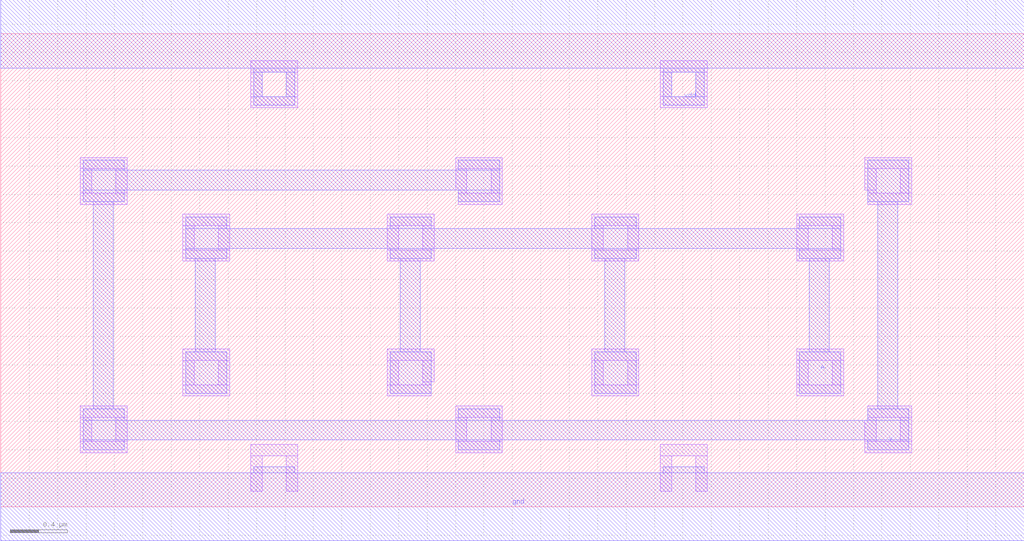
<source format=lef>
VERSION 5.7 ;
  NOWIREEXTENSIONATPIN ON ;
  DIVIDERCHAR "/" ;
  BUSBITCHARS "[]" ;
MACRO INVX8
  CLASS CORE ;
  FOREIGN INVX8 ;
  ORIGIN 0.000 0.000 ;
  SIZE 7.200 BY 3.330 ;
  SYMMETRY X Y R90 ;
  SITE unit ;
  PIN vdd
    DIRECTION INOUT ;
    USE POWER ;
    SHAPE ABUTMENT ;
    PORT
      LAYER met1 ;
        RECT 0.000 3.090 7.200 3.570 ;
        RECT 1.780 3.060 2.070 3.090 ;
        RECT 1.780 2.890 1.840 3.060 ;
        RECT 2.010 2.890 2.070 3.060 ;
        RECT 1.780 2.830 2.070 2.890 ;
        RECT 4.660 3.060 4.950 3.090 ;
        RECT 4.660 2.890 4.720 3.060 ;
        RECT 4.890 2.890 4.950 3.060 ;
        RECT 4.660 2.830 4.950 2.890 ;
    END
  END vdd
  PIN gnd
    DIRECTION INOUT ;
    USE GROUND ;
    SHAPE ABUTMENT ;
    PORT
      LAYER met1 ;
        RECT 1.780 0.240 2.070 0.280 ;
        RECT 4.660 0.240 4.950 0.280 ;
        RECT 0.000 -0.240 7.200 0.240 ;
    END
  END gnd
  PIN Y
    DIRECTION INOUT ;
    USE SIGNAL ;
    SHAPE ABUTMENT ;
    PORT
      LAYER met1 ;
        RECT 0.580 2.370 0.870 2.440 ;
        RECT 3.220 2.370 3.510 2.440 ;
        RECT 0.580 2.230 3.510 2.370 ;
        RECT 0.580 2.150 0.870 2.230 ;
        RECT 3.220 2.150 3.510 2.230 ;
        RECT 6.100 2.150 6.390 2.440 ;
        RECT 0.650 0.690 0.790 2.150 ;
        RECT 6.170 0.690 6.310 2.150 ;
        RECT 0.580 0.610 0.870 0.690 ;
        RECT 3.220 0.610 3.510 0.690 ;
        RECT 6.100 0.610 6.390 0.690 ;
        RECT 0.580 0.470 6.390 0.610 ;
        RECT 0.580 0.400 0.870 0.470 ;
        RECT 3.220 0.400 3.510 0.470 ;
        RECT 6.100 0.400 6.390 0.470 ;
    END
  END Y
  PIN A
    DIRECTION INOUT ;
    USE SIGNAL ;
    SHAPE ABUTMENT ;
    PORT
      LAYER met1 ;
        RECT 1.300 1.960 1.590 2.040 ;
        RECT 2.740 1.960 3.030 2.040 ;
        RECT 4.180 1.960 4.470 2.040 ;
        RECT 5.620 1.960 5.910 2.040 ;
        RECT 1.300 1.820 5.910 1.960 ;
        RECT 1.300 1.750 1.590 1.820 ;
        RECT 2.740 1.750 3.030 1.820 ;
        RECT 4.180 1.750 4.470 1.820 ;
        RECT 5.620 1.750 5.910 1.820 ;
        RECT 1.370 1.090 1.510 1.750 ;
        RECT 2.810 1.090 2.950 1.750 ;
        RECT 4.250 1.090 4.390 1.750 ;
        RECT 5.690 1.090 5.830 1.750 ;
        RECT 1.300 0.800 1.590 1.090 ;
        RECT 2.740 0.800 3.030 1.090 ;
        RECT 4.180 0.800 4.470 1.090 ;
        RECT 5.620 0.800 5.910 1.090 ;
    END
  END A
  OBS
      LAYER li1 ;
        RECT 1.760 3.060 2.090 3.140 ;
        RECT 1.760 2.890 1.840 3.060 ;
        RECT 2.010 2.890 2.090 3.060 ;
        RECT 1.760 2.810 2.090 2.890 ;
        RECT 4.640 3.060 4.970 3.140 ;
        RECT 4.640 2.890 4.720 3.060 ;
        RECT 4.890 2.890 4.970 3.060 ;
        RECT 4.640 2.810 4.970 2.890 ;
        RECT 0.560 2.380 0.890 2.460 ;
        RECT 0.560 2.210 0.640 2.380 ;
        RECT 0.810 2.210 0.890 2.380 ;
        RECT 3.200 2.380 3.530 2.460 ;
        RECT 3.200 2.230 3.280 2.380 ;
        RECT 0.560 2.130 0.890 2.210 ;
        RECT 3.220 2.210 3.280 2.230 ;
        RECT 3.450 2.210 3.530 2.380 ;
        RECT 6.080 2.380 6.410 2.460 ;
        RECT 6.080 2.230 6.160 2.380 ;
        RECT 3.220 2.130 3.530 2.210 ;
        RECT 6.100 2.210 6.160 2.230 ;
        RECT 6.330 2.210 6.410 2.380 ;
        RECT 6.100 2.130 6.410 2.210 ;
        RECT 1.280 1.980 1.610 2.060 ;
        RECT 1.280 1.810 1.360 1.980 ;
        RECT 1.530 1.810 1.610 1.980 ;
        RECT 1.280 1.730 1.610 1.810 ;
        RECT 2.720 1.980 3.050 2.060 ;
        RECT 2.720 1.810 2.800 1.980 ;
        RECT 2.970 1.810 3.050 1.980 ;
        RECT 2.720 1.730 3.050 1.810 ;
        RECT 4.160 1.980 4.490 2.060 ;
        RECT 4.160 1.810 4.240 1.980 ;
        RECT 4.410 1.810 4.490 1.980 ;
        RECT 4.160 1.730 4.490 1.810 ;
        RECT 5.600 1.980 5.930 2.060 ;
        RECT 5.600 1.810 5.680 1.980 ;
        RECT 5.850 1.810 5.930 1.980 ;
        RECT 5.600 1.730 5.930 1.810 ;
        RECT 1.280 1.030 1.610 1.110 ;
        RECT 1.280 0.860 1.360 1.030 ;
        RECT 1.530 0.860 1.610 1.030 ;
        RECT 1.280 0.780 1.610 0.860 ;
        RECT 2.720 1.030 3.050 1.110 ;
        RECT 2.720 0.860 2.800 1.030 ;
        RECT 2.970 0.880 3.050 1.030 ;
        RECT 4.160 1.030 4.490 1.110 ;
        RECT 2.970 0.860 3.030 0.880 ;
        RECT 2.720 0.780 3.030 0.860 ;
        RECT 4.160 0.860 4.240 1.030 ;
        RECT 4.410 0.860 4.490 1.030 ;
        RECT 4.160 0.780 4.490 0.860 ;
        RECT 5.600 1.030 5.930 1.110 ;
        RECT 5.600 0.860 5.680 1.030 ;
        RECT 5.850 0.860 5.930 1.030 ;
        RECT 5.600 0.780 5.930 0.860 ;
        RECT 0.560 0.630 0.890 0.710 ;
        RECT 0.560 0.460 0.640 0.630 ;
        RECT 0.810 0.460 0.890 0.630 ;
        RECT 0.560 0.380 0.890 0.460 ;
        RECT 3.200 0.630 3.530 0.710 ;
        RECT 3.200 0.460 3.280 0.630 ;
        RECT 3.450 0.460 3.530 0.630 ;
        RECT 6.100 0.630 6.410 0.710 ;
        RECT 6.100 0.610 6.160 0.630 ;
        RECT 1.760 0.360 2.090 0.440 ;
        RECT 3.200 0.380 3.530 0.460 ;
        RECT 6.080 0.460 6.160 0.610 ;
        RECT 6.330 0.460 6.410 0.630 ;
        RECT 1.760 0.110 1.840 0.360 ;
        RECT 2.010 0.110 2.090 0.360 ;
        RECT 4.640 0.360 4.970 0.440 ;
        RECT 6.080 0.380 6.410 0.460 ;
        RECT 4.640 0.110 4.720 0.360 ;
        RECT 4.890 0.110 4.970 0.360 ;
  END
END INVX8
END LIBRARY


</source>
